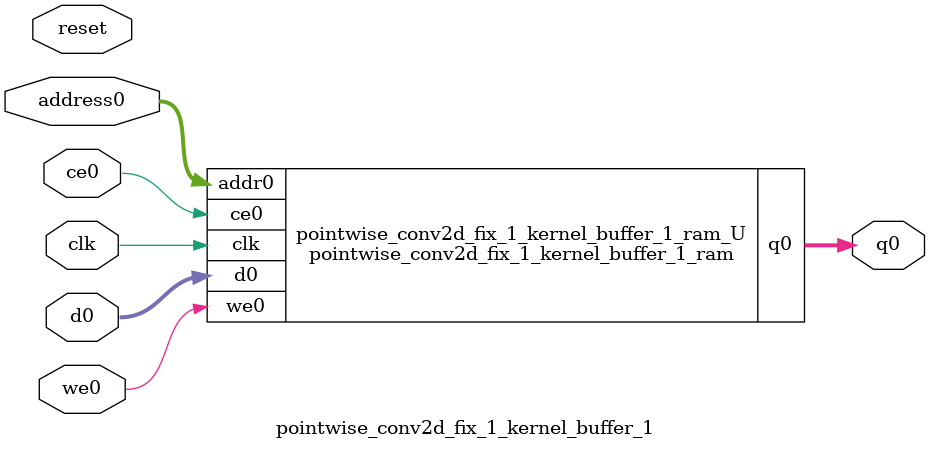
<source format=v>
`timescale 1 ns / 1 ps
module pointwise_conv2d_fix_1_kernel_buffer_1_ram (addr0, ce0, d0, we0, q0,  clk);

parameter DWIDTH = 15;
parameter AWIDTH = 4;
parameter MEM_SIZE = 16;

input[AWIDTH-1:0] addr0;
input ce0;
input[DWIDTH-1:0] d0;
input we0;
output reg[DWIDTH-1:0] q0;
input clk;

(* ram_style = "distributed" *)reg [DWIDTH-1:0] ram[0:MEM_SIZE-1];




always @(posedge clk)  
begin 
    if (ce0) 
    begin
        if (we0) 
        begin 
            ram[addr0] <= d0; 
        end 
        q0 <= ram[addr0];
    end
end


endmodule

`timescale 1 ns / 1 ps
module pointwise_conv2d_fix_1_kernel_buffer_1(
    reset,
    clk,
    address0,
    ce0,
    we0,
    d0,
    q0);

parameter DataWidth = 32'd15;
parameter AddressRange = 32'd16;
parameter AddressWidth = 32'd4;
input reset;
input clk;
input[AddressWidth - 1:0] address0;
input ce0;
input we0;
input[DataWidth - 1:0] d0;
output[DataWidth - 1:0] q0;



pointwise_conv2d_fix_1_kernel_buffer_1_ram pointwise_conv2d_fix_1_kernel_buffer_1_ram_U(
    .clk( clk ),
    .addr0( address0 ),
    .ce0( ce0 ),
    .we0( we0 ),
    .d0( d0 ),
    .q0( q0 ));

endmodule


</source>
